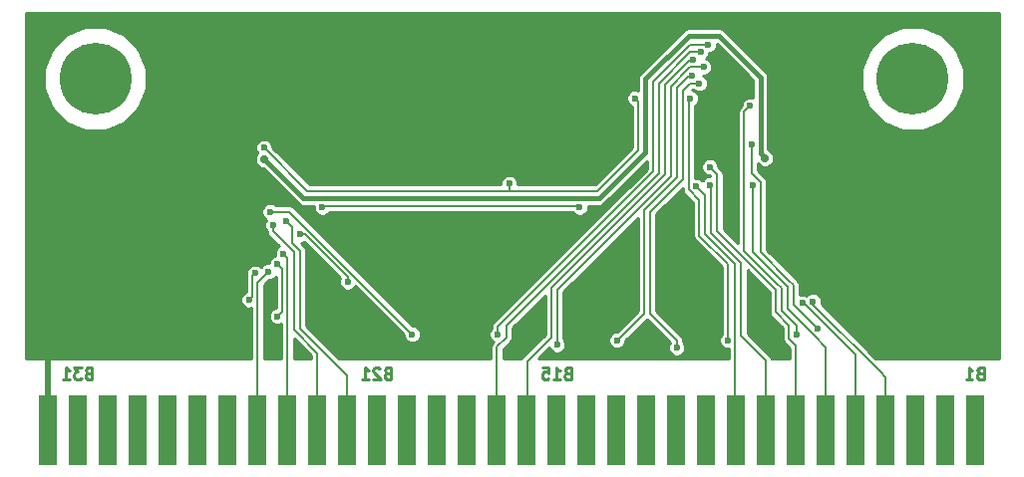
<source format=gbl>
G04 #@! TF.FileFunction,Copper,L2,Bot,Signal*
%FSLAX46Y46*%
G04 Gerber Fmt 4.6, Leading zero omitted, Abs format (unit mm)*
G04 Created by KiCad (PCBNEW 4.0.7) date 07/02/21 11:45:22*
%MOMM*%
%LPD*%
G01*
G04 APERTURE LIST*
%ADD10C,0.200000*%
%ADD11C,0.250000*%
%ADD12R,1.600000X6.000000*%
%ADD13C,6.100000*%
%ADD14C,0.700000*%
%ADD15C,0.600000*%
%ADD16C,0.400000*%
%ADD17C,0.500000*%
%ADD18C,0.203200*%
G04 APERTURE END LIST*
D10*
D11*
X5780952Y-31128571D02*
X5638095Y-31176190D01*
X5590476Y-31223810D01*
X5542857Y-31319048D01*
X5542857Y-31461905D01*
X5590476Y-31557143D01*
X5638095Y-31604762D01*
X5733333Y-31652381D01*
X6114286Y-31652381D01*
X6114286Y-30652381D01*
X5780952Y-30652381D01*
X5685714Y-30700000D01*
X5638095Y-30747619D01*
X5590476Y-30842857D01*
X5590476Y-30938095D01*
X5638095Y-31033333D01*
X5685714Y-31080952D01*
X5780952Y-31128571D01*
X6114286Y-31128571D01*
X5209524Y-30652381D02*
X4590476Y-30652381D01*
X4923810Y-31033333D01*
X4780952Y-31033333D01*
X4685714Y-31080952D01*
X4638095Y-31128571D01*
X4590476Y-31223810D01*
X4590476Y-31461905D01*
X4638095Y-31557143D01*
X4685714Y-31604762D01*
X4780952Y-31652381D01*
X5066667Y-31652381D01*
X5161905Y-31604762D01*
X5209524Y-31557143D01*
X3638095Y-31652381D02*
X4209524Y-31652381D01*
X3923810Y-31652381D02*
X3923810Y-30652381D01*
X4019048Y-30795238D01*
X4114286Y-30890476D01*
X4209524Y-30938095D01*
X31180952Y-31128571D02*
X31038095Y-31176190D01*
X30990476Y-31223810D01*
X30942857Y-31319048D01*
X30942857Y-31461905D01*
X30990476Y-31557143D01*
X31038095Y-31604762D01*
X31133333Y-31652381D01*
X31514286Y-31652381D01*
X31514286Y-30652381D01*
X31180952Y-30652381D01*
X31085714Y-30700000D01*
X31038095Y-30747619D01*
X30990476Y-30842857D01*
X30990476Y-30938095D01*
X31038095Y-31033333D01*
X31085714Y-31080952D01*
X31180952Y-31128571D01*
X31514286Y-31128571D01*
X30561905Y-30747619D02*
X30514286Y-30700000D01*
X30419048Y-30652381D01*
X30180952Y-30652381D01*
X30085714Y-30700000D01*
X30038095Y-30747619D01*
X29990476Y-30842857D01*
X29990476Y-30938095D01*
X30038095Y-31080952D01*
X30609524Y-31652381D01*
X29990476Y-31652381D01*
X29038095Y-31652381D02*
X29609524Y-31652381D01*
X29323810Y-31652381D02*
X29323810Y-30652381D01*
X29419048Y-30795238D01*
X29514286Y-30890476D01*
X29609524Y-30938095D01*
X46480952Y-31128571D02*
X46338095Y-31176190D01*
X46290476Y-31223810D01*
X46242857Y-31319048D01*
X46242857Y-31461905D01*
X46290476Y-31557143D01*
X46338095Y-31604762D01*
X46433333Y-31652381D01*
X46814286Y-31652381D01*
X46814286Y-30652381D01*
X46480952Y-30652381D01*
X46385714Y-30700000D01*
X46338095Y-30747619D01*
X46290476Y-30842857D01*
X46290476Y-30938095D01*
X46338095Y-31033333D01*
X46385714Y-31080952D01*
X46480952Y-31128571D01*
X46814286Y-31128571D01*
X45290476Y-31652381D02*
X45861905Y-31652381D01*
X45576191Y-31652381D02*
X45576191Y-30652381D01*
X45671429Y-30795238D01*
X45766667Y-30890476D01*
X45861905Y-30938095D01*
X44385714Y-30652381D02*
X44861905Y-30652381D01*
X44909524Y-31128571D01*
X44861905Y-31080952D01*
X44766667Y-31033333D01*
X44528571Y-31033333D01*
X44433333Y-31080952D01*
X44385714Y-31128571D01*
X44338095Y-31223810D01*
X44338095Y-31461905D01*
X44385714Y-31557143D01*
X44433333Y-31604762D01*
X44528571Y-31652381D01*
X44766667Y-31652381D01*
X44861905Y-31604762D01*
X44909524Y-31557143D01*
X81504761Y-31128571D02*
X81361904Y-31176190D01*
X81314285Y-31223810D01*
X81266666Y-31319048D01*
X81266666Y-31461905D01*
X81314285Y-31557143D01*
X81361904Y-31604762D01*
X81457142Y-31652381D01*
X81838095Y-31652381D01*
X81838095Y-30652381D01*
X81504761Y-30652381D01*
X81409523Y-30700000D01*
X81361904Y-30747619D01*
X81314285Y-30842857D01*
X81314285Y-30938095D01*
X81361904Y-31033333D01*
X81409523Y-31080952D01*
X81504761Y-31128571D01*
X81838095Y-31128571D01*
X80314285Y-31652381D02*
X80885714Y-31652381D01*
X80600000Y-31652381D02*
X80600000Y-30652381D01*
X80695238Y-30795238D01*
X80790476Y-30890476D01*
X80885714Y-30938095D01*
D12*
X81140000Y-36000000D03*
X78600000Y-36000000D03*
X76060000Y-36000000D03*
X73520000Y-36000000D03*
X70980000Y-36000000D03*
X68440000Y-36000000D03*
X65900000Y-36000000D03*
X63360000Y-36000000D03*
X60820000Y-36000000D03*
X58280000Y-36000000D03*
X55740000Y-36000000D03*
X53200000Y-36000000D03*
X50660000Y-36000000D03*
X48120000Y-36000000D03*
X45580000Y-36000000D03*
X43040000Y-36000000D03*
X40500000Y-36000000D03*
X37960000Y-36000000D03*
X35420000Y-36000000D03*
X32880000Y-36000000D03*
X30340000Y-36000000D03*
X27800000Y-36000000D03*
X25260000Y-36000000D03*
X22720000Y-36000000D03*
X20180000Y-36000000D03*
X17640000Y-36000000D03*
X15100000Y-36000000D03*
X12560000Y-36000000D03*
X10020000Y-36000000D03*
X7480000Y-36000000D03*
X4940000Y-36000000D03*
X2400000Y-36000000D03*
D13*
X6400000Y-6100000D03*
X75800000Y-6100000D03*
D14*
X63268000Y-12848000D03*
X20723000Y-12975000D03*
X24787000Y-18055000D03*
X35074000Y-9419000D03*
X33550000Y-13356000D03*
X38630000Y-13356000D03*
X41424000Y-9419000D03*
X47901000Y-10054000D03*
X50695000Y-7387000D03*
X57807000Y-11959000D03*
X74952000Y-12594000D03*
X81048000Y-10435000D03*
X76476000Y-23897000D03*
X81556000Y-21992000D03*
X72539000Y-20214000D03*
X76222000Y-17293000D03*
X80159000Y-14880000D03*
X70253000Y-14880000D03*
X66824000Y-12467000D03*
X63268000Y-2053000D03*
X65808000Y-4085000D03*
X68983000Y-5228000D03*
X68983000Y-9038000D03*
X70126000Y-25675000D03*
X67840000Y-23389000D03*
X63903000Y-28596000D03*
X62252000Y-23389000D03*
X63141000Y-25802000D03*
X54886000Y-25548000D03*
X57934000Y-24278000D03*
X54886000Y-22627000D03*
X57807000Y-21230000D03*
X54886000Y-19960000D03*
X51457000Y-23262000D03*
X49679000Y-21484000D03*
X42694000Y-27453000D03*
X44091000Y-25421000D03*
X28089000Y-11324000D03*
X22501000Y-11451000D03*
X22374000Y-9165000D03*
X20469000Y-7133000D03*
X41678000Y-4974000D03*
X37614000Y-7260000D03*
X34947000Y-4974000D03*
X32026000Y-7260000D03*
X29740000Y-4974000D03*
X21485000Y-4593000D03*
X24533000Y-2180000D03*
X19834000Y-2434000D03*
X16532000Y-4720000D03*
X12341000Y-4720000D03*
X12341000Y-7514000D03*
X2435000Y-15134000D03*
X5102000Y-12340000D03*
X1800000Y-10689000D03*
X1419000Y-24913000D03*
X3578000Y-22500000D03*
X38503000Y-23770000D03*
X35328000Y-27072000D03*
X33804000Y-23643000D03*
X41678000Y-19198000D03*
X39900000Y-21357000D03*
X37614000Y-19198000D03*
X35582000Y-21103000D03*
X33804000Y-19198000D03*
X26311000Y-24532000D03*
X25422000Y-27453000D03*
X23771000Y-29104000D03*
X31010000Y-20595000D03*
X29994000Y-23262000D03*
X30502000Y-28469000D03*
X29232000Y-25421000D03*
X21231000Y-27961000D03*
X19326000Y-28977000D03*
X17675000Y-26183000D03*
X15389000Y-28215000D03*
X18310000Y-19960000D03*
X13992000Y-22246000D03*
X11960000Y-25294000D03*
X8404000Y-28215000D03*
X6372000Y-25675000D03*
X7769000Y-23516000D03*
X9674000Y-21865000D03*
X51203000Y-15515000D03*
X64284000Y-20976000D03*
X67205000Y-18055000D03*
X15770000Y-8530000D03*
X42821000Y-21738000D03*
X46123000Y-17801000D03*
X10182000Y-13610000D03*
X15135000Y-13737000D03*
D15*
X52219000Y-7768000D03*
X20723000Y-11959000D03*
X41551000Y-15007000D03*
X62125000Y-11705000D03*
X67713000Y-27326000D03*
X65935000Y-27834000D03*
X61998000Y-8403000D03*
X56918000Y-7768000D03*
X60093000Y-28342000D03*
X55775000Y-28977000D03*
X57680000Y-6498000D03*
X57045000Y-5863000D03*
X50695000Y-28342000D03*
X45615000Y-28723000D03*
X58061000Y-5101000D03*
X40535000Y-27834000D03*
X58442000Y-3196000D03*
X21231000Y-17420000D03*
X33296000Y-27834000D03*
X27835000Y-23389000D03*
X23771000Y-19325000D03*
X21866000Y-21865000D03*
X21866000Y-26310000D03*
X19961000Y-22627000D03*
X19453000Y-24913000D03*
X67332000Y-25040000D03*
X66443000Y-25167000D03*
X62252000Y-15134000D03*
X58569000Y-13610000D03*
X58569000Y-15134000D03*
X57426000Y-15261000D03*
X57172000Y-4466000D03*
X57807000Y-3831000D03*
X22628000Y-18182000D03*
X21485000Y-18563000D03*
X22374000Y-20976000D03*
X21104000Y-22500000D03*
X25676000Y-17039000D03*
X47520000Y-17039000D03*
D16*
X26438000Y-16277000D02*
X24025000Y-16277000D01*
X62887000Y-5990000D02*
X62887000Y-8149000D01*
X48790000Y-16277000D02*
X49171000Y-16277000D01*
X41678000Y-16277000D02*
X31772000Y-16277000D01*
X26438000Y-16277000D02*
X31772000Y-16277000D01*
X41678000Y-16277000D02*
X48790000Y-16277000D01*
X59331000Y-2434000D02*
X62252000Y-5355000D01*
X56791000Y-2434000D02*
X59331000Y-2434000D01*
X53108000Y-6117000D02*
X56791000Y-2434000D01*
X53108000Y-12340000D02*
X53108000Y-6117000D01*
X49171000Y-16277000D02*
X53108000Y-12340000D01*
X62887000Y-12467000D02*
X62887000Y-8149000D01*
X63268000Y-12848000D02*
X62887000Y-12467000D01*
X62252000Y-5355000D02*
X62887000Y-5990000D01*
X24025000Y-16277000D02*
X20723000Y-12975000D01*
D11*
X50695000Y-7387000D02*
X50568000Y-7514000D01*
X47901000Y-10054000D02*
X48028000Y-10054000D01*
X41424000Y-9419000D02*
X47266000Y-9419000D01*
X35074000Y-9419000D02*
X33550000Y-10943000D01*
X33550000Y-10943000D02*
X33550000Y-13356000D01*
X38630000Y-13356000D02*
X41424000Y-10562000D01*
X41424000Y-10562000D02*
X41424000Y-9419000D01*
X47266000Y-9419000D02*
X47901000Y-10054000D01*
X48028000Y-10054000D02*
X50568000Y-7514000D01*
D17*
X74952000Y-14880000D02*
X74952000Y-12594000D01*
D11*
X80159000Y-14880000D02*
X81048000Y-13991000D01*
X81048000Y-13991000D02*
X81048000Y-10435000D01*
X66824000Y-12467000D02*
X68983000Y-10308000D01*
D17*
X76476000Y-23897000D02*
X79651000Y-23897000D01*
X79651000Y-23897000D02*
X81556000Y-21992000D01*
X72539000Y-20214000D02*
X75460000Y-17293000D01*
X75460000Y-17293000D02*
X76222000Y-17293000D01*
X80159000Y-14880000D02*
X74952000Y-14880000D01*
X74952000Y-14880000D02*
X70253000Y-14880000D01*
D11*
X66951000Y-5228000D02*
X65808000Y-4085000D01*
X68983000Y-5228000D02*
X66951000Y-5228000D01*
X68983000Y-10308000D02*
X68983000Y-9038000D01*
X65427000Y-20976000D02*
X67840000Y-23389000D01*
X65427000Y-20976000D02*
X64284000Y-20976000D01*
X63141000Y-27834000D02*
X63903000Y-28596000D01*
X63141000Y-25802000D02*
X63141000Y-27834000D01*
X62252000Y-23389000D02*
X63141000Y-24278000D01*
X63141000Y-24278000D02*
X63141000Y-25802000D01*
X56283000Y-22627000D02*
X57934000Y-24278000D01*
X54886000Y-22627000D02*
X56283000Y-22627000D01*
X56537000Y-19960000D02*
X57807000Y-21230000D01*
X54886000Y-19960000D02*
X56537000Y-19960000D01*
D17*
X44091000Y-26056000D02*
X42694000Y-27453000D01*
X44091000Y-25421000D02*
X44091000Y-26056000D01*
D11*
X28089000Y-11324000D02*
X28089000Y-6625000D01*
X27962000Y-11451000D02*
X28089000Y-11324000D01*
X15770000Y-8530000D02*
X19072000Y-8530000D01*
X22501000Y-9292000D02*
X22501000Y-11451000D01*
X22374000Y-9165000D02*
X22501000Y-9292000D01*
X19072000Y-8530000D02*
X20469000Y-7133000D01*
X22501000Y-11451000D02*
X27962000Y-11451000D01*
X39392000Y-7260000D02*
X41678000Y-4974000D01*
X37614000Y-7260000D02*
X39392000Y-7260000D01*
X32661000Y-7260000D02*
X34947000Y-4974000D01*
X32026000Y-7260000D02*
X32661000Y-7260000D01*
X28089000Y-6625000D02*
X29740000Y-4974000D01*
X18818000Y-2434000D02*
X19834000Y-2434000D01*
X16532000Y-4720000D02*
X18818000Y-2434000D01*
X12341000Y-7514000D02*
X12341000Y-4720000D01*
X2435000Y-15134000D02*
X2435000Y-11324000D01*
X2435000Y-11324000D02*
X1800000Y-10689000D01*
X2400000Y-22500000D02*
X3578000Y-22500000D01*
X33804000Y-25548000D02*
X35328000Y-27072000D01*
X33804000Y-23643000D02*
X33804000Y-25548000D01*
X33423000Y-18055000D02*
X33423000Y-18817000D01*
X41678000Y-19579000D02*
X41678000Y-19198000D01*
X39900000Y-21357000D02*
X41678000Y-19579000D01*
X37487000Y-19198000D02*
X37614000Y-19198000D01*
X35582000Y-21103000D02*
X37487000Y-19198000D01*
X33423000Y-18817000D02*
X33804000Y-19198000D01*
X28343000Y-24532000D02*
X26311000Y-24532000D01*
X28343000Y-24532000D02*
X29232000Y-25421000D01*
X31010000Y-18055000D02*
X31010000Y-20595000D01*
X30502000Y-26691000D02*
X30502000Y-28469000D01*
X29232000Y-25421000D02*
X30502000Y-26691000D01*
X15389000Y-28215000D02*
X18564000Y-28215000D01*
X18564000Y-28215000D02*
X19326000Y-28977000D01*
X11960000Y-25294000D02*
X14881000Y-28215000D01*
X14881000Y-28215000D02*
X15389000Y-28215000D01*
X6435500Y-17356500D02*
X6435500Y-18626500D01*
X16024000Y-22246000D02*
X18310000Y-19960000D01*
X13992000Y-22246000D02*
X16024000Y-22246000D01*
X9039000Y-28215000D02*
X11960000Y-25294000D01*
X8404000Y-28215000D02*
X9039000Y-28215000D01*
X6372000Y-24913000D02*
X6372000Y-25675000D01*
X7769000Y-23516000D02*
X6372000Y-24913000D01*
X6435500Y-18626500D02*
X9674000Y-21865000D01*
X48663000Y-17801000D02*
X48917000Y-17801000D01*
X46123000Y-17801000D02*
X48663000Y-17801000D01*
X48917000Y-17801000D02*
X51203000Y-15515000D01*
X24787000Y-18055000D02*
X23390000Y-16658000D01*
X18056000Y-16658000D02*
X15135000Y-13737000D01*
X23390000Y-16658000D02*
X18056000Y-16658000D01*
X67205000Y-18055000D02*
X66570000Y-18690000D01*
X64284000Y-20976000D02*
X66570000Y-18690000D01*
D17*
X2400000Y-36000000D02*
X2400000Y-22500000D01*
X2400000Y-22500000D02*
X2400000Y-21392000D01*
X2400000Y-21392000D02*
X6435500Y-17356500D01*
X6435500Y-17356500D02*
X10182000Y-13610000D01*
D11*
X15135000Y-13737000D02*
X15135000Y-9165000D01*
X15135000Y-9165000D02*
X15770000Y-8530000D01*
X42821000Y-18055000D02*
X42821000Y-21738000D01*
X34439000Y-18055000D02*
X42821000Y-18055000D01*
X42821000Y-18055000D02*
X45869000Y-18055000D01*
X24787000Y-18055000D02*
X31010000Y-18055000D01*
X31010000Y-18055000D02*
X33423000Y-18055000D01*
X33423000Y-18055000D02*
X34439000Y-18055000D01*
X45869000Y-18055000D02*
X46123000Y-17801000D01*
X10309000Y-13737000D02*
X15135000Y-13737000D01*
X10182000Y-13610000D02*
X10309000Y-13737000D01*
X2435000Y-35965000D02*
X2400000Y-36000000D01*
D18*
X52473000Y-8022000D02*
X52219000Y-7768000D01*
X43202000Y-15642000D02*
X49025916Y-15642000D01*
X49025916Y-15642000D02*
X52473000Y-12194916D01*
X52473000Y-12194916D02*
X52473000Y-8530000D01*
X43202000Y-15642000D02*
X41551000Y-15642000D01*
X52473000Y-8530000D02*
X52473000Y-8022000D01*
X20723000Y-11959000D02*
X24406000Y-15642000D01*
X24406000Y-15642000D02*
X32407000Y-15642000D01*
X40916000Y-15642000D02*
X41551000Y-15642000D01*
X40662000Y-15642000D02*
X32407000Y-15642000D01*
X40662000Y-15642000D02*
X40916000Y-15642000D01*
X41551000Y-15642000D02*
X41551000Y-15007000D01*
X62887000Y-20849000D02*
X62887000Y-14880000D01*
X65300000Y-23262000D02*
X65681000Y-23643000D01*
X62887000Y-20849000D02*
X65300000Y-23262000D01*
X67078000Y-26691000D02*
X67713000Y-27326000D01*
X65681000Y-25294000D02*
X67078000Y-26691000D01*
X65681000Y-23643000D02*
X65681000Y-25294000D01*
X62125000Y-14118000D02*
X62125000Y-11705000D01*
X62887000Y-14880000D02*
X62125000Y-14118000D01*
X61490000Y-20722000D02*
X61490000Y-11578000D01*
X64665000Y-23897000D02*
X64665000Y-25802000D01*
X64665000Y-25802000D02*
X65935000Y-27072000D01*
X65935000Y-27072000D02*
X65935000Y-27834000D01*
X64284000Y-23516000D02*
X61490000Y-20722000D01*
X64284000Y-23516000D02*
X64665000Y-23897000D01*
X61490000Y-8911000D02*
X61998000Y-8403000D01*
X61490000Y-11578000D02*
X61490000Y-8911000D01*
X56791000Y-14753000D02*
X56791000Y-15515000D01*
X56918000Y-7768000D02*
X56791000Y-7895000D01*
X56791000Y-7895000D02*
X56791000Y-14753000D01*
X60093000Y-21865000D02*
X60093000Y-28342000D01*
X57680000Y-19452000D02*
X60093000Y-21865000D01*
X57680000Y-16404000D02*
X57680000Y-19452000D01*
X56791000Y-15515000D02*
X57680000Y-16404000D01*
X53489000Y-25675000D02*
X53489000Y-26056000D01*
X53489000Y-17420000D02*
X53489000Y-25675000D01*
X56283000Y-14626000D02*
X54251000Y-16658000D01*
X56918000Y-6498000D02*
X56283000Y-7133000D01*
X57680000Y-6498000D02*
X56918000Y-6498000D01*
X56283000Y-7133000D02*
X56283000Y-14626000D01*
X54251000Y-16658000D02*
X53489000Y-17420000D01*
X55775000Y-28342000D02*
X55775000Y-28977000D01*
X53489000Y-26056000D02*
X55775000Y-28342000D01*
X54505000Y-15769000D02*
X52981000Y-17293000D01*
X55775000Y-14499000D02*
X54505000Y-15769000D01*
X55775000Y-6879000D02*
X55775000Y-14499000D01*
X56791000Y-5863000D02*
X55775000Y-6879000D01*
X57045000Y-5863000D02*
X56791000Y-5863000D01*
X52981000Y-26056000D02*
X50695000Y-28342000D01*
X52981000Y-17293000D02*
X52981000Y-26056000D01*
X56664000Y-5355000D02*
X56918000Y-5101000D01*
X45615000Y-28723000D02*
X45615000Y-26945000D01*
X45615000Y-24024000D02*
X45615000Y-26945000D01*
X55267000Y-14372000D02*
X45615000Y-24024000D01*
X55267000Y-6752000D02*
X55267000Y-14372000D01*
X56664000Y-5355000D02*
X55267000Y-6752000D01*
X56918000Y-5101000D02*
X58061000Y-5101000D01*
X53743000Y-6752000D02*
X53743000Y-6371000D01*
X53743000Y-13991000D02*
X40535000Y-27199000D01*
X53743000Y-6752000D02*
X53743000Y-13991000D01*
X40535000Y-27199000D02*
X40535000Y-27834000D01*
X56918000Y-3196000D02*
X58442000Y-3196000D01*
X53743000Y-6371000D02*
X56918000Y-3196000D01*
X58442000Y-3196000D02*
X58435000Y-3203000D01*
X21231000Y-17420000D02*
X22882000Y-17420000D01*
X22882000Y-17420000D02*
X33042000Y-27580000D01*
X33296000Y-27834000D02*
X33042000Y-27580000D01*
X23771000Y-19325000D02*
X24212260Y-19325000D01*
X27835000Y-22947740D02*
X27835000Y-23389000D01*
X24212260Y-19325000D02*
X27835000Y-22947740D01*
X21866000Y-21865000D02*
X22247000Y-22246000D01*
X22247000Y-25929000D02*
X21866000Y-26310000D01*
X22247000Y-22246000D02*
X22247000Y-25929000D01*
X19707000Y-22881000D02*
X19961000Y-22627000D01*
X19707000Y-24659000D02*
X19707000Y-22881000D01*
X19453000Y-24913000D02*
X19707000Y-24659000D01*
X73520000Y-31482000D02*
X73520000Y-32625000D01*
X67332000Y-25040000D02*
X67332000Y-25294000D01*
X67332000Y-25294000D02*
X73047000Y-31009000D01*
X73520000Y-32625000D02*
X73520000Y-36000000D01*
X73047000Y-31009000D02*
X73520000Y-31482000D01*
X70980000Y-30720000D02*
X70980000Y-29577000D01*
X70980000Y-36000000D02*
X70980000Y-30720000D01*
X66443000Y-25167000D02*
X66570000Y-25167000D01*
X66570000Y-25167000D02*
X67967000Y-26564000D01*
X67967000Y-26564000D02*
X70126000Y-28723000D01*
X70980000Y-29577000D02*
X70126000Y-28723000D01*
X68440000Y-29450000D02*
X68440000Y-28942000D01*
X68440000Y-36000000D02*
X68440000Y-29450000D01*
X65173000Y-23770000D02*
X65173000Y-25421000D01*
X65173000Y-25421000D02*
X65173000Y-25675000D01*
X65173000Y-25675000D02*
X67459000Y-27961000D01*
X62252000Y-20849000D02*
X64030000Y-22627000D01*
X62252000Y-15134000D02*
X62252000Y-20849000D01*
X64030000Y-22627000D02*
X64792000Y-23389000D01*
X64792000Y-23389000D02*
X65173000Y-23770000D01*
X68440000Y-28942000D02*
X67459000Y-27961000D01*
X65300000Y-28215000D02*
X65300000Y-27072000D01*
X63776000Y-23643000D02*
X62887000Y-22754000D01*
X59204000Y-14245000D02*
X58569000Y-13610000D01*
X59204000Y-19071000D02*
X59204000Y-14245000D01*
X62887000Y-22754000D02*
X59204000Y-19071000D01*
X65900000Y-28815000D02*
X65900000Y-36000000D01*
X65900000Y-28815000D02*
X65300000Y-28215000D01*
X64157000Y-24024000D02*
X63776000Y-23643000D01*
X64157000Y-25929000D02*
X64157000Y-24024000D01*
X65300000Y-27072000D02*
X64157000Y-25929000D01*
X61236000Y-27961000D02*
X63360000Y-30085000D01*
X60982000Y-21484000D02*
X61236000Y-21738000D01*
X61236000Y-21738000D02*
X61236000Y-27961000D01*
X58569000Y-15134000D02*
X58696000Y-15261000D01*
X58696000Y-15261000D02*
X58696000Y-19198000D01*
X58696000Y-19198000D02*
X60982000Y-21484000D01*
X63360000Y-30085000D02*
X63360000Y-36000000D01*
X60728000Y-28088000D02*
X60728000Y-21865000D01*
X60728000Y-35908000D02*
X60728000Y-28088000D01*
X58188000Y-16023000D02*
X58188000Y-19325000D01*
X58188000Y-19325000D02*
X60220000Y-21357000D01*
X60220000Y-21357000D02*
X60601000Y-21738000D01*
X58188000Y-16023000D02*
X57426000Y-15261000D01*
X60728000Y-21865000D02*
X60601000Y-21738000D01*
X57426000Y-15261000D02*
X57299000Y-15388000D01*
X60820000Y-36000000D02*
X60728000Y-35908000D01*
X60820000Y-36000000D02*
X60728000Y-35908000D01*
X56918000Y-4466000D02*
X57172000Y-4466000D01*
X56918000Y-4466000D02*
X56664000Y-4720000D01*
X45488000Y-23516000D02*
X45107000Y-23897000D01*
X45107000Y-23897000D02*
X45107000Y-28088000D01*
X45107000Y-28088000D02*
X43075000Y-30120000D01*
X43075000Y-30120000D02*
X43075000Y-35965000D01*
X45488000Y-23516000D02*
X54759000Y-14245000D01*
X54759000Y-14245000D02*
X54759000Y-6625000D01*
X54759000Y-6625000D02*
X56029000Y-5355000D01*
X56029000Y-5355000D02*
X56664000Y-4720000D01*
X56664000Y-4720000D02*
X56664000Y-4720000D01*
X43075000Y-35965000D02*
X43040000Y-36000000D01*
X43075000Y-35965000D02*
X43040000Y-36000000D01*
X54251000Y-6879000D02*
X54251000Y-6498000D01*
X54251000Y-6879000D02*
X54251000Y-14118000D01*
X54251000Y-14118000D02*
X41297000Y-27072000D01*
X41297000Y-27072000D02*
X41297000Y-28088000D01*
X41297000Y-28088000D02*
X40500000Y-28885000D01*
X40500000Y-36000000D02*
X40500000Y-28885000D01*
X56918000Y-3831000D02*
X57807000Y-3831000D01*
X54251000Y-6498000D02*
X56918000Y-3831000D01*
X23136000Y-19579000D02*
X23136000Y-20087000D01*
X23136000Y-18690000D02*
X23136000Y-19579000D01*
X22628000Y-18182000D02*
X23136000Y-18690000D01*
X27800000Y-31355000D02*
X27800000Y-36000000D01*
X23771000Y-27326000D02*
X27800000Y-31355000D01*
X23771000Y-20722000D02*
X23771000Y-27326000D01*
X23136000Y-20087000D02*
X23771000Y-20722000D01*
X23263000Y-27326000D02*
X23263000Y-27453000D01*
X21485000Y-19071000D02*
X23263000Y-20849000D01*
X23263000Y-20849000D02*
X23263000Y-27326000D01*
X21485000Y-18563000D02*
X21485000Y-19071000D01*
X25260000Y-29450000D02*
X25260000Y-36000000D01*
X23263000Y-27453000D02*
X25260000Y-29450000D01*
X22374000Y-20976000D02*
X22720000Y-21322000D01*
X22720000Y-21322000D02*
X22720000Y-24243000D01*
X22720000Y-24243000D02*
X22720000Y-36000000D01*
X20180000Y-23424000D02*
X21104000Y-22500000D01*
X20180000Y-25202000D02*
X20180000Y-36000000D01*
X20180000Y-25202000D02*
X20180000Y-23424000D01*
X47393000Y-16912000D02*
X25803000Y-16912000D01*
X25803000Y-16912000D02*
X25676000Y-17039000D01*
X47520000Y-17039000D02*
X47393000Y-16912000D01*
D11*
G36*
X83100000Y-29875000D02*
X72657725Y-29875000D01*
X68030671Y-25247947D01*
X68056874Y-25184844D01*
X68057126Y-24896421D01*
X67946984Y-24629857D01*
X67743216Y-24425733D01*
X67476844Y-24315126D01*
X67188421Y-24314874D01*
X66921857Y-24425016D01*
X66811631Y-24535050D01*
X66587844Y-24442126D01*
X66299421Y-24441874D01*
X66207600Y-24479814D01*
X66207600Y-23643000D01*
X66167515Y-23441479D01*
X66138221Y-23397637D01*
X66053362Y-23270637D01*
X65672364Y-22889640D01*
X65672362Y-22889637D01*
X63413600Y-20630876D01*
X63413600Y-14880000D01*
X63373515Y-14678479D01*
X63259363Y-14507638D01*
X62651600Y-13899876D01*
X62651600Y-13327497D01*
X62828425Y-13504630D01*
X63113167Y-13622865D01*
X63421481Y-13623134D01*
X63706429Y-13505396D01*
X63924630Y-13287575D01*
X64042865Y-13002833D01*
X64043134Y-12694519D01*
X63925396Y-12409571D01*
X63707575Y-12191370D01*
X63512000Y-12110160D01*
X63512000Y-6966423D01*
X71424243Y-6966423D01*
X72088893Y-8575001D01*
X73318526Y-9806782D01*
X74925941Y-10474239D01*
X76666423Y-10475757D01*
X78275001Y-9811107D01*
X79506782Y-8581474D01*
X80174239Y-6974059D01*
X80175757Y-5233577D01*
X79511107Y-3624999D01*
X78281474Y-2393218D01*
X76674059Y-1725761D01*
X74933577Y-1724243D01*
X73324999Y-2388893D01*
X72093218Y-3618526D01*
X71425761Y-5225941D01*
X71424243Y-6966423D01*
X63512000Y-6966423D01*
X63512000Y-5990005D01*
X63512001Y-5990000D01*
X63464425Y-5750823D01*
X63328942Y-5548058D01*
X63328939Y-5548056D01*
X62693942Y-4913058D01*
X59772942Y-1992058D01*
X59570177Y-1856575D01*
X59331000Y-1809000D01*
X56791005Y-1809000D01*
X56791000Y-1808999D01*
X56551823Y-1856575D01*
X56349058Y-1992058D01*
X56349056Y-1992061D01*
X52666058Y-5675058D01*
X52530575Y-5877823D01*
X52483000Y-6117000D01*
X52483000Y-7092604D01*
X52363844Y-7043126D01*
X52075421Y-7042874D01*
X51808857Y-7153016D01*
X51604733Y-7356784D01*
X51494126Y-7623156D01*
X51493874Y-7911579D01*
X51604016Y-8178143D01*
X51807784Y-8382267D01*
X51946400Y-8439825D01*
X51946400Y-11976792D01*
X48807792Y-15115400D01*
X42275906Y-15115400D01*
X42276126Y-14863421D01*
X42165984Y-14596857D01*
X41962216Y-14392733D01*
X41695844Y-14282126D01*
X41407421Y-14281874D01*
X41140857Y-14392016D01*
X40936733Y-14595784D01*
X40826126Y-14862156D01*
X40825905Y-15115400D01*
X24624125Y-15115400D01*
X21448018Y-11939294D01*
X21448126Y-11815421D01*
X21337984Y-11548857D01*
X21134216Y-11344733D01*
X20867844Y-11234126D01*
X20579421Y-11233874D01*
X20312857Y-11344016D01*
X20108733Y-11547784D01*
X19998126Y-11814156D01*
X19997874Y-12102579D01*
X20108016Y-12369143D01*
X20170370Y-12431606D01*
X20066370Y-12535425D01*
X19948135Y-12820167D01*
X19947866Y-13128481D01*
X20065604Y-13413429D01*
X20283425Y-13631630D01*
X20568167Y-13749865D01*
X20614021Y-13749905D01*
X23583058Y-16718942D01*
X23785822Y-16854425D01*
X24025000Y-16902000D01*
X24951119Y-16902000D01*
X24950874Y-17182579D01*
X25061016Y-17449143D01*
X25264784Y-17653267D01*
X25531156Y-17763874D01*
X25819579Y-17764126D01*
X26086143Y-17653984D01*
X26290267Y-17450216D01*
X26295090Y-17438600D01*
X46900660Y-17438600D01*
X46905016Y-17449143D01*
X47108784Y-17653267D01*
X47375156Y-17763874D01*
X47663579Y-17764126D01*
X47930143Y-17653984D01*
X48134267Y-17450216D01*
X48244874Y-17183844D01*
X48245120Y-16902000D01*
X49171000Y-16902000D01*
X49410177Y-16854425D01*
X49612942Y-16718942D01*
X53216400Y-13115484D01*
X53216400Y-13772875D01*
X40162638Y-26826638D01*
X40048485Y-26997479D01*
X40008400Y-27199000D01*
X40008400Y-27335270D01*
X39920733Y-27422784D01*
X39810126Y-27689156D01*
X39809874Y-27977579D01*
X39920016Y-28244143D01*
X40123784Y-28448267D01*
X40171991Y-28468284D01*
X40127638Y-28512638D01*
X40013485Y-28683479D01*
X39973400Y-28885000D01*
X39973400Y-29875000D01*
X27064725Y-29875000D01*
X24297600Y-27107876D01*
X24297600Y-20722000D01*
X24257515Y-20520479D01*
X24143363Y-20349638D01*
X23843789Y-20050064D01*
X23914579Y-20050126D01*
X24111356Y-19968820D01*
X27191271Y-23048735D01*
X27110126Y-23244156D01*
X27109874Y-23532579D01*
X27220016Y-23799143D01*
X27423784Y-24003267D01*
X27690156Y-24113874D01*
X27978579Y-24114126D01*
X28245143Y-24003984D01*
X28449267Y-23800216D01*
X28469284Y-23752009D01*
X32570982Y-27853707D01*
X32570874Y-27977579D01*
X32681016Y-28244143D01*
X32884784Y-28448267D01*
X33151156Y-28558874D01*
X33439579Y-28559126D01*
X33706143Y-28448984D01*
X33910267Y-28245216D01*
X34020874Y-27978844D01*
X34021126Y-27690421D01*
X33910984Y-27423857D01*
X33707216Y-27219733D01*
X33440844Y-27109126D01*
X33315742Y-27109017D01*
X23254362Y-17047638D01*
X23083521Y-16933485D01*
X23069012Y-16930599D01*
X22882000Y-16893400D01*
X21729730Y-16893400D01*
X21642216Y-16805733D01*
X21375844Y-16695126D01*
X21087421Y-16694874D01*
X20820857Y-16805016D01*
X20616733Y-17008784D01*
X20506126Y-17275156D01*
X20505874Y-17563579D01*
X20616016Y-17830143D01*
X20819784Y-18034267D01*
X20938905Y-18083730D01*
X20870733Y-18151784D01*
X20760126Y-18418156D01*
X20759874Y-18706579D01*
X20870016Y-18973143D01*
X20958400Y-19061681D01*
X20958400Y-19071000D01*
X20994101Y-19250479D01*
X20998485Y-19272521D01*
X21112638Y-19443362D01*
X22010867Y-20341592D01*
X21963857Y-20361016D01*
X21759733Y-20564784D01*
X21649126Y-20831156D01*
X21648874Y-21119579D01*
X21666762Y-21162872D01*
X21455857Y-21250016D01*
X21251733Y-21453784D01*
X21141126Y-21720156D01*
X21141078Y-21775032D01*
X20960421Y-21774874D01*
X20693857Y-21885016D01*
X20489733Y-22088784D01*
X20477513Y-22118214D01*
X20372216Y-22012733D01*
X20105844Y-21902126D01*
X19817421Y-21901874D01*
X19550857Y-22012016D01*
X19346733Y-22215784D01*
X19236126Y-22482156D01*
X19235974Y-22656298D01*
X19220485Y-22679479D01*
X19180400Y-22881000D01*
X19180400Y-24241184D01*
X19042857Y-24298016D01*
X18838733Y-24501784D01*
X18728126Y-24768156D01*
X18727874Y-25056579D01*
X18838016Y-25323143D01*
X19041784Y-25527267D01*
X19308156Y-25637874D01*
X19596579Y-25638126D01*
X19653400Y-25614648D01*
X19653400Y-29875000D01*
X500000Y-29875000D01*
X500000Y-6966423D01*
X2024243Y-6966423D01*
X2688893Y-8575001D01*
X3918526Y-9806782D01*
X5525941Y-10474239D01*
X7266423Y-10475757D01*
X8875001Y-9811107D01*
X10106782Y-8581474D01*
X10774239Y-6974059D01*
X10775757Y-5233577D01*
X10111107Y-3624999D01*
X8881474Y-2393218D01*
X7274059Y-1725761D01*
X5533577Y-1724243D01*
X3924999Y-2388893D01*
X2693218Y-3618526D01*
X2025761Y-5225941D01*
X2024243Y-6966423D01*
X500000Y-6966423D01*
X500000Y-500000D01*
X83100000Y-500000D01*
X83100000Y-29875000D01*
X83100000Y-29875000D01*
G37*
X83100000Y-29875000D02*
X72657725Y-29875000D01*
X68030671Y-25247947D01*
X68056874Y-25184844D01*
X68057126Y-24896421D01*
X67946984Y-24629857D01*
X67743216Y-24425733D01*
X67476844Y-24315126D01*
X67188421Y-24314874D01*
X66921857Y-24425016D01*
X66811631Y-24535050D01*
X66587844Y-24442126D01*
X66299421Y-24441874D01*
X66207600Y-24479814D01*
X66207600Y-23643000D01*
X66167515Y-23441479D01*
X66138221Y-23397637D01*
X66053362Y-23270637D01*
X65672364Y-22889640D01*
X65672362Y-22889637D01*
X63413600Y-20630876D01*
X63413600Y-14880000D01*
X63373515Y-14678479D01*
X63259363Y-14507638D01*
X62651600Y-13899876D01*
X62651600Y-13327497D01*
X62828425Y-13504630D01*
X63113167Y-13622865D01*
X63421481Y-13623134D01*
X63706429Y-13505396D01*
X63924630Y-13287575D01*
X64042865Y-13002833D01*
X64043134Y-12694519D01*
X63925396Y-12409571D01*
X63707575Y-12191370D01*
X63512000Y-12110160D01*
X63512000Y-6966423D01*
X71424243Y-6966423D01*
X72088893Y-8575001D01*
X73318526Y-9806782D01*
X74925941Y-10474239D01*
X76666423Y-10475757D01*
X78275001Y-9811107D01*
X79506782Y-8581474D01*
X80174239Y-6974059D01*
X80175757Y-5233577D01*
X79511107Y-3624999D01*
X78281474Y-2393218D01*
X76674059Y-1725761D01*
X74933577Y-1724243D01*
X73324999Y-2388893D01*
X72093218Y-3618526D01*
X71425761Y-5225941D01*
X71424243Y-6966423D01*
X63512000Y-6966423D01*
X63512000Y-5990005D01*
X63512001Y-5990000D01*
X63464425Y-5750823D01*
X63328942Y-5548058D01*
X63328939Y-5548056D01*
X62693942Y-4913058D01*
X59772942Y-1992058D01*
X59570177Y-1856575D01*
X59331000Y-1809000D01*
X56791005Y-1809000D01*
X56791000Y-1808999D01*
X56551823Y-1856575D01*
X56349058Y-1992058D01*
X56349056Y-1992061D01*
X52666058Y-5675058D01*
X52530575Y-5877823D01*
X52483000Y-6117000D01*
X52483000Y-7092604D01*
X52363844Y-7043126D01*
X52075421Y-7042874D01*
X51808857Y-7153016D01*
X51604733Y-7356784D01*
X51494126Y-7623156D01*
X51493874Y-7911579D01*
X51604016Y-8178143D01*
X51807784Y-8382267D01*
X51946400Y-8439825D01*
X51946400Y-11976792D01*
X48807792Y-15115400D01*
X42275906Y-15115400D01*
X42276126Y-14863421D01*
X42165984Y-14596857D01*
X41962216Y-14392733D01*
X41695844Y-14282126D01*
X41407421Y-14281874D01*
X41140857Y-14392016D01*
X40936733Y-14595784D01*
X40826126Y-14862156D01*
X40825905Y-15115400D01*
X24624125Y-15115400D01*
X21448018Y-11939294D01*
X21448126Y-11815421D01*
X21337984Y-11548857D01*
X21134216Y-11344733D01*
X20867844Y-11234126D01*
X20579421Y-11233874D01*
X20312857Y-11344016D01*
X20108733Y-11547784D01*
X19998126Y-11814156D01*
X19997874Y-12102579D01*
X20108016Y-12369143D01*
X20170370Y-12431606D01*
X20066370Y-12535425D01*
X19948135Y-12820167D01*
X19947866Y-13128481D01*
X20065604Y-13413429D01*
X20283425Y-13631630D01*
X20568167Y-13749865D01*
X20614021Y-13749905D01*
X23583058Y-16718942D01*
X23785822Y-16854425D01*
X24025000Y-16902000D01*
X24951119Y-16902000D01*
X24950874Y-17182579D01*
X25061016Y-17449143D01*
X25264784Y-17653267D01*
X25531156Y-17763874D01*
X25819579Y-17764126D01*
X26086143Y-17653984D01*
X26290267Y-17450216D01*
X26295090Y-17438600D01*
X46900660Y-17438600D01*
X46905016Y-17449143D01*
X47108784Y-17653267D01*
X47375156Y-17763874D01*
X47663579Y-17764126D01*
X47930143Y-17653984D01*
X48134267Y-17450216D01*
X48244874Y-17183844D01*
X48245120Y-16902000D01*
X49171000Y-16902000D01*
X49410177Y-16854425D01*
X49612942Y-16718942D01*
X53216400Y-13115484D01*
X53216400Y-13772875D01*
X40162638Y-26826638D01*
X40048485Y-26997479D01*
X40008400Y-27199000D01*
X40008400Y-27335270D01*
X39920733Y-27422784D01*
X39810126Y-27689156D01*
X39809874Y-27977579D01*
X39920016Y-28244143D01*
X40123784Y-28448267D01*
X40171991Y-28468284D01*
X40127638Y-28512638D01*
X40013485Y-28683479D01*
X39973400Y-28885000D01*
X39973400Y-29875000D01*
X27064725Y-29875000D01*
X24297600Y-27107876D01*
X24297600Y-20722000D01*
X24257515Y-20520479D01*
X24143363Y-20349638D01*
X23843789Y-20050064D01*
X23914579Y-20050126D01*
X24111356Y-19968820D01*
X27191271Y-23048735D01*
X27110126Y-23244156D01*
X27109874Y-23532579D01*
X27220016Y-23799143D01*
X27423784Y-24003267D01*
X27690156Y-24113874D01*
X27978579Y-24114126D01*
X28245143Y-24003984D01*
X28449267Y-23800216D01*
X28469284Y-23752009D01*
X32570982Y-27853707D01*
X32570874Y-27977579D01*
X32681016Y-28244143D01*
X32884784Y-28448267D01*
X33151156Y-28558874D01*
X33439579Y-28559126D01*
X33706143Y-28448984D01*
X33910267Y-28245216D01*
X34020874Y-27978844D01*
X34021126Y-27690421D01*
X33910984Y-27423857D01*
X33707216Y-27219733D01*
X33440844Y-27109126D01*
X33315742Y-27109017D01*
X23254362Y-17047638D01*
X23083521Y-16933485D01*
X23069012Y-16930599D01*
X22882000Y-16893400D01*
X21729730Y-16893400D01*
X21642216Y-16805733D01*
X21375844Y-16695126D01*
X21087421Y-16694874D01*
X20820857Y-16805016D01*
X20616733Y-17008784D01*
X20506126Y-17275156D01*
X20505874Y-17563579D01*
X20616016Y-17830143D01*
X20819784Y-18034267D01*
X20938905Y-18083730D01*
X20870733Y-18151784D01*
X20760126Y-18418156D01*
X20759874Y-18706579D01*
X20870016Y-18973143D01*
X20958400Y-19061681D01*
X20958400Y-19071000D01*
X20994101Y-19250479D01*
X20998485Y-19272521D01*
X21112638Y-19443362D01*
X22010867Y-20341592D01*
X21963857Y-20361016D01*
X21759733Y-20564784D01*
X21649126Y-20831156D01*
X21648874Y-21119579D01*
X21666762Y-21162872D01*
X21455857Y-21250016D01*
X21251733Y-21453784D01*
X21141126Y-21720156D01*
X21141078Y-21775032D01*
X20960421Y-21774874D01*
X20693857Y-21885016D01*
X20489733Y-22088784D01*
X20477513Y-22118214D01*
X20372216Y-22012733D01*
X20105844Y-21902126D01*
X19817421Y-21901874D01*
X19550857Y-22012016D01*
X19346733Y-22215784D01*
X19236126Y-22482156D01*
X19235974Y-22656298D01*
X19220485Y-22679479D01*
X19180400Y-22881000D01*
X19180400Y-24241184D01*
X19042857Y-24298016D01*
X18838733Y-24501784D01*
X18728126Y-24768156D01*
X18727874Y-25056579D01*
X18838016Y-25323143D01*
X19041784Y-25527267D01*
X19308156Y-25637874D01*
X19596579Y-25638126D01*
X19653400Y-25614648D01*
X19653400Y-29875000D01*
X500000Y-29875000D01*
X500000Y-6966423D01*
X2024243Y-6966423D01*
X2688893Y-8575001D01*
X3918526Y-9806782D01*
X5525941Y-10474239D01*
X7266423Y-10475757D01*
X8875001Y-9811107D01*
X10106782Y-8581474D01*
X10774239Y-6974059D01*
X10775757Y-5233577D01*
X10111107Y-3624999D01*
X8881474Y-2393218D01*
X7274059Y-1725761D01*
X5533577Y-1724243D01*
X3924999Y-2388893D01*
X2693218Y-3618526D01*
X2025761Y-5225941D01*
X2024243Y-6966423D01*
X500000Y-6966423D01*
X500000Y-500000D01*
X83100000Y-500000D01*
X83100000Y-29875000D01*
G36*
X21720400Y-25585709D02*
X21455857Y-25695016D01*
X21251733Y-25898784D01*
X21141126Y-26165156D01*
X21140874Y-26453579D01*
X21251016Y-26720143D01*
X21454784Y-26924267D01*
X21721156Y-27034874D01*
X22009579Y-27035126D01*
X22193400Y-26959173D01*
X22193400Y-29875000D01*
X20706600Y-29875000D01*
X20706600Y-23642124D01*
X21123707Y-23225018D01*
X21247579Y-23225126D01*
X21514143Y-23114984D01*
X21718267Y-22911216D01*
X21720400Y-22906079D01*
X21720400Y-25585709D01*
X21720400Y-25585709D01*
G37*
X21720400Y-25585709D02*
X21455857Y-25695016D01*
X21251733Y-25898784D01*
X21141126Y-26165156D01*
X21140874Y-26453579D01*
X21251016Y-26720143D01*
X21454784Y-26924267D01*
X21721156Y-27034874D01*
X22009579Y-27035126D01*
X22193400Y-26959173D01*
X22193400Y-29875000D01*
X20706600Y-29875000D01*
X20706600Y-23642124D01*
X21123707Y-23225018D01*
X21247579Y-23225126D01*
X21514143Y-23114984D01*
X21718267Y-22911216D01*
X21720400Y-22906079D01*
X21720400Y-25585709D01*
G36*
X24733400Y-29668125D02*
X24733400Y-29875000D01*
X23246600Y-29875000D01*
X23246600Y-28181324D01*
X24733400Y-29668125D01*
X24733400Y-29668125D01*
G37*
X24733400Y-29668125D02*
X24733400Y-29875000D01*
X23246600Y-29875000D01*
X23246600Y-28181324D01*
X24733400Y-29668125D01*
G36*
X44580400Y-27869876D02*
X42702638Y-29747638D01*
X42617537Y-29875000D01*
X41026600Y-29875000D01*
X41026600Y-29103124D01*
X41669362Y-28460363D01*
X41783515Y-28289521D01*
X41792541Y-28244143D01*
X41823600Y-28088000D01*
X41823600Y-27290124D01*
X44580400Y-24533324D01*
X44580400Y-27869876D01*
X44580400Y-27869876D01*
G37*
X44580400Y-27869876D02*
X42702638Y-29747638D01*
X42617537Y-29875000D01*
X41026600Y-29875000D01*
X41026600Y-29103124D01*
X41669362Y-28460363D01*
X41783515Y-28289521D01*
X41792541Y-28244143D01*
X41823600Y-28088000D01*
X41823600Y-27290124D01*
X44580400Y-24533324D01*
X44580400Y-27869876D01*
G36*
X56264400Y-15515000D02*
X56287944Y-15633362D01*
X56304485Y-15716521D01*
X56418638Y-15887362D01*
X57153400Y-16622125D01*
X57153400Y-19452000D01*
X57193485Y-19653521D01*
X57307638Y-19824362D01*
X59566400Y-22083125D01*
X59566400Y-27843270D01*
X59478733Y-27930784D01*
X59368126Y-28197156D01*
X59367874Y-28485579D01*
X59478016Y-28752143D01*
X59681784Y-28956267D01*
X59948156Y-29066874D01*
X60201400Y-29067095D01*
X60201400Y-29875000D01*
X44064724Y-29875000D01*
X44943459Y-28996265D01*
X45000016Y-29133143D01*
X45203784Y-29337267D01*
X45470156Y-29447874D01*
X45758579Y-29448126D01*
X46025143Y-29337984D01*
X46229267Y-29134216D01*
X46339874Y-28867844D01*
X46340126Y-28579421D01*
X46229984Y-28312857D01*
X46141600Y-28224319D01*
X46141600Y-24242124D01*
X52454400Y-17929325D01*
X52454400Y-25837875D01*
X50675294Y-27616982D01*
X50551421Y-27616874D01*
X50284857Y-27727016D01*
X50080733Y-27930784D01*
X49970126Y-28197156D01*
X49969874Y-28485579D01*
X50080016Y-28752143D01*
X50283784Y-28956267D01*
X50550156Y-29066874D01*
X50838579Y-29067126D01*
X51105143Y-28956984D01*
X51309267Y-28753216D01*
X51419874Y-28486844D01*
X51419983Y-28361741D01*
X53235000Y-26546725D01*
X55207437Y-28519162D01*
X55160733Y-28565784D01*
X55050126Y-28832156D01*
X55049874Y-29120579D01*
X55160016Y-29387143D01*
X55363784Y-29591267D01*
X55630156Y-29701874D01*
X55918579Y-29702126D01*
X56185143Y-29591984D01*
X56389267Y-29388216D01*
X56499874Y-29121844D01*
X56500126Y-28833421D01*
X56389984Y-28566857D01*
X56301600Y-28478319D01*
X56301600Y-28342000D01*
X56261515Y-28140479D01*
X56238878Y-28106600D01*
X56147362Y-27969637D01*
X54015600Y-25837876D01*
X54015600Y-17638124D01*
X54623363Y-17030362D01*
X54623365Y-17030359D01*
X56264400Y-15389324D01*
X56264400Y-15515000D01*
X56264400Y-15515000D01*
G37*
X56264400Y-15515000D02*
X56287944Y-15633362D01*
X56304485Y-15716521D01*
X56418638Y-15887362D01*
X57153400Y-16622125D01*
X57153400Y-19452000D01*
X57193485Y-19653521D01*
X57307638Y-19824362D01*
X59566400Y-22083125D01*
X59566400Y-27843270D01*
X59478733Y-27930784D01*
X59368126Y-28197156D01*
X59367874Y-28485579D01*
X59478016Y-28752143D01*
X59681784Y-28956267D01*
X59948156Y-29066874D01*
X60201400Y-29067095D01*
X60201400Y-29875000D01*
X44064724Y-29875000D01*
X44943459Y-28996265D01*
X45000016Y-29133143D01*
X45203784Y-29337267D01*
X45470156Y-29447874D01*
X45758579Y-29448126D01*
X46025143Y-29337984D01*
X46229267Y-29134216D01*
X46339874Y-28867844D01*
X46340126Y-28579421D01*
X46229984Y-28312857D01*
X46141600Y-28224319D01*
X46141600Y-24242124D01*
X52454400Y-17929325D01*
X52454400Y-25837875D01*
X50675294Y-27616982D01*
X50551421Y-27616874D01*
X50284857Y-27727016D01*
X50080733Y-27930784D01*
X49970126Y-28197156D01*
X49969874Y-28485579D01*
X50080016Y-28752143D01*
X50283784Y-28956267D01*
X50550156Y-29066874D01*
X50838579Y-29067126D01*
X51105143Y-28956984D01*
X51309267Y-28753216D01*
X51419874Y-28486844D01*
X51419983Y-28361741D01*
X53235000Y-26546725D01*
X55207437Y-28519162D01*
X55160733Y-28565784D01*
X55050126Y-28832156D01*
X55049874Y-29120579D01*
X55160016Y-29387143D01*
X55363784Y-29591267D01*
X55630156Y-29701874D01*
X55918579Y-29702126D01*
X56185143Y-29591984D01*
X56389267Y-29388216D01*
X56499874Y-29121844D01*
X56500126Y-28833421D01*
X56389984Y-28566857D01*
X56301600Y-28478319D01*
X56301600Y-28342000D01*
X56261515Y-28140479D01*
X56238878Y-28106600D01*
X56147362Y-27969637D01*
X54015600Y-25837876D01*
X54015600Y-17638124D01*
X54623363Y-17030362D01*
X54623365Y-17030359D01*
X56264400Y-15389324D01*
X56264400Y-15515000D01*
G36*
X62514638Y-23126363D02*
X62514641Y-23126365D01*
X63403638Y-24015363D01*
X63403641Y-24015365D01*
X63630400Y-24242125D01*
X63630400Y-25929000D01*
X63666101Y-26108479D01*
X63670485Y-26130521D01*
X63784638Y-26301362D01*
X64773400Y-27290125D01*
X64773400Y-28215000D01*
X64813262Y-28415400D01*
X64813485Y-28416521D01*
X64927638Y-28587362D01*
X65373400Y-29033125D01*
X65373400Y-29875000D01*
X63840849Y-29875000D01*
X63776384Y-29778521D01*
X63732363Y-29712638D01*
X61762600Y-27742876D01*
X61762600Y-22374325D01*
X62514638Y-23126363D01*
X62514638Y-23126363D01*
G37*
X62514638Y-23126363D02*
X62514641Y-23126365D01*
X63403638Y-24015363D01*
X63403641Y-24015365D01*
X63630400Y-24242125D01*
X63630400Y-25929000D01*
X63666101Y-26108479D01*
X63670485Y-26130521D01*
X63784638Y-26301362D01*
X64773400Y-27290125D01*
X64773400Y-28215000D01*
X64813262Y-28415400D01*
X64813485Y-28416521D01*
X64927638Y-28587362D01*
X65373400Y-29033125D01*
X65373400Y-29875000D01*
X63840849Y-29875000D01*
X63776384Y-29778521D01*
X63732363Y-29712638D01*
X61762600Y-27742876D01*
X61762600Y-22374325D01*
X62514638Y-23126363D01*
G36*
X61810058Y-5796942D02*
X62262000Y-6248883D01*
X62262000Y-7727604D01*
X62142844Y-7678126D01*
X61854421Y-7677874D01*
X61587857Y-7788016D01*
X61383733Y-7991784D01*
X61273126Y-8258156D01*
X61273017Y-8383259D01*
X61117638Y-8538638D01*
X61003485Y-8709479D01*
X60963400Y-8911000D01*
X60963400Y-20085676D01*
X59730600Y-18852876D01*
X59730600Y-14245000D01*
X59690515Y-14043479D01*
X59674922Y-14020143D01*
X59576363Y-13872638D01*
X59294018Y-13590293D01*
X59294126Y-13466421D01*
X59183984Y-13199857D01*
X58980216Y-12995733D01*
X58713844Y-12885126D01*
X58425421Y-12884874D01*
X58158857Y-12995016D01*
X57954733Y-13198784D01*
X57844126Y-13465156D01*
X57843874Y-13753579D01*
X57954016Y-14020143D01*
X58157784Y-14224267D01*
X58424156Y-14334874D01*
X58549259Y-14334983D01*
X58623322Y-14409047D01*
X58425421Y-14408874D01*
X58158857Y-14519016D01*
X57954733Y-14722784D01*
X57942513Y-14752214D01*
X57837216Y-14646733D01*
X57570844Y-14536126D01*
X57317600Y-14535905D01*
X57317600Y-8387340D01*
X57328143Y-8382984D01*
X57532267Y-8179216D01*
X57642874Y-7912844D01*
X57643126Y-7624421D01*
X57532984Y-7357857D01*
X57329216Y-7153733D01*
X57101533Y-7059191D01*
X57136125Y-7024600D01*
X57181270Y-7024600D01*
X57268784Y-7112267D01*
X57535156Y-7222874D01*
X57823579Y-7223126D01*
X58090143Y-7112984D01*
X58294267Y-6909216D01*
X58404874Y-6642844D01*
X58405126Y-6354421D01*
X58294984Y-6087857D01*
X58091216Y-5883733D01*
X57951951Y-5825905D01*
X58204579Y-5826126D01*
X58471143Y-5715984D01*
X58675267Y-5512216D01*
X58785874Y-5245844D01*
X58786126Y-4957421D01*
X58675984Y-4690857D01*
X58472216Y-4486733D01*
X58263246Y-4399961D01*
X58421267Y-4242216D01*
X58531874Y-3975844D01*
X58531922Y-3921079D01*
X58585579Y-3921126D01*
X58852143Y-3810984D01*
X59056267Y-3607216D01*
X59166874Y-3340844D01*
X59167037Y-3153921D01*
X61810058Y-5796942D01*
X61810058Y-5796942D01*
G37*
X61810058Y-5796942D02*
X62262000Y-6248883D01*
X62262000Y-7727604D01*
X62142844Y-7678126D01*
X61854421Y-7677874D01*
X61587857Y-7788016D01*
X61383733Y-7991784D01*
X61273126Y-8258156D01*
X61273017Y-8383259D01*
X61117638Y-8538638D01*
X61003485Y-8709479D01*
X60963400Y-8911000D01*
X60963400Y-20085676D01*
X59730600Y-18852876D01*
X59730600Y-14245000D01*
X59690515Y-14043479D01*
X59674922Y-14020143D01*
X59576363Y-13872638D01*
X59294018Y-13590293D01*
X59294126Y-13466421D01*
X59183984Y-13199857D01*
X58980216Y-12995733D01*
X58713844Y-12885126D01*
X58425421Y-12884874D01*
X58158857Y-12995016D01*
X57954733Y-13198784D01*
X57844126Y-13465156D01*
X57843874Y-13753579D01*
X57954016Y-14020143D01*
X58157784Y-14224267D01*
X58424156Y-14334874D01*
X58549259Y-14334983D01*
X58623322Y-14409047D01*
X58425421Y-14408874D01*
X58158857Y-14519016D01*
X57954733Y-14722784D01*
X57942513Y-14752214D01*
X57837216Y-14646733D01*
X57570844Y-14536126D01*
X57317600Y-14535905D01*
X57317600Y-8387340D01*
X57328143Y-8382984D01*
X57532267Y-8179216D01*
X57642874Y-7912844D01*
X57643126Y-7624421D01*
X57532984Y-7357857D01*
X57329216Y-7153733D01*
X57101533Y-7059191D01*
X57136125Y-7024600D01*
X57181270Y-7024600D01*
X57268784Y-7112267D01*
X57535156Y-7222874D01*
X57823579Y-7223126D01*
X58090143Y-7112984D01*
X58294267Y-6909216D01*
X58404874Y-6642844D01*
X58405126Y-6354421D01*
X58294984Y-6087857D01*
X58091216Y-5883733D01*
X57951951Y-5825905D01*
X58204579Y-5826126D01*
X58471143Y-5715984D01*
X58675267Y-5512216D01*
X58785874Y-5245844D01*
X58786126Y-4957421D01*
X58675984Y-4690857D01*
X58472216Y-4486733D01*
X58263246Y-4399961D01*
X58421267Y-4242216D01*
X58531874Y-3975844D01*
X58531922Y-3921079D01*
X58585579Y-3921126D01*
X58852143Y-3810984D01*
X59056267Y-3607216D01*
X59166874Y-3340844D01*
X59167037Y-3153921D01*
X61810058Y-5796942D01*
M02*

</source>
